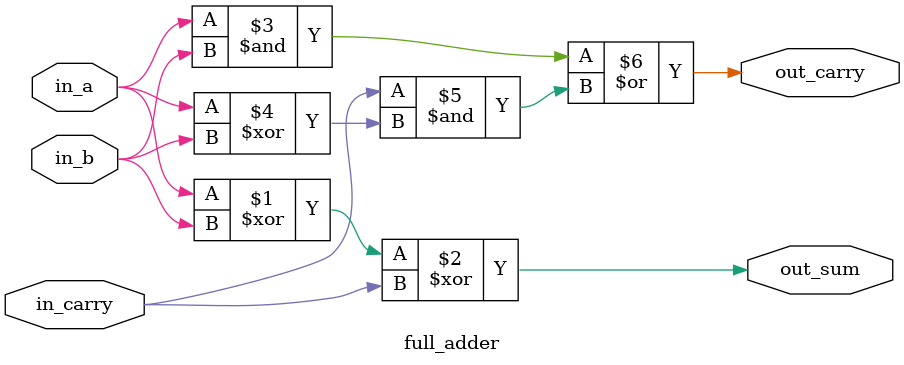
<source format=v>
module full_adder(
    input wire in_a,
    input wire in_b,
    input wire in_carry,
    output wire out_sum,
    output wire out_carry
);

// The truth table for a fill adder is like so:
// A B Cin | Sum Cout
// 0 0  0  |  0   0
// 1 0  0  |  1   0
// 0 1  0  |  1   0
// 1 1  0  |  0   1
// 0 0  1  |  1   0
// 1 0  1  |  0   1
// 0 1  1  |  0   1
// 1 1  1  |  1   1

// The sum is the XOR of all three input signals
assign out_sum = in_a ^ in_b ^ in_carry;

// The carry bit is set if either
// - Both A and B are set
// - The Carry in is set and either A or B is set
assign out_carry = (in_a & in_b) | (in_carry & (in_a ^ in_b));

endmodule

</source>
